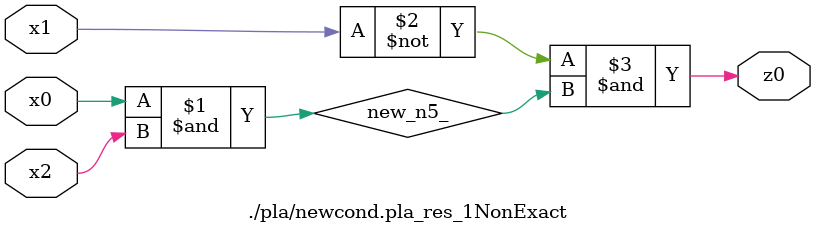
<source format=v>

module \./pla/newcond.pla_res_1NonExact  ( 
    x0, x1, x2,
    z0  );
  input  x0, x1, x2;
  output z0;
  wire new_n5_;
  assign new_n5_ = x0 & x2;
  assign z0 = ~x1 & new_n5_;
endmodule



</source>
